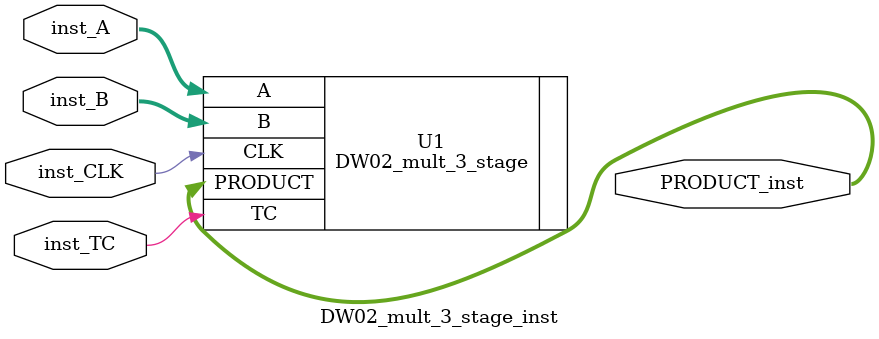
<source format=v>
module DW02_mult_3_stage_inst( inst_A, inst_B, inst_TC, 
                               inst_CLK, PRODUCT_inst );

  parameter A_width = 8;
  parameter B_width = 8;

  input [A_width-1 : 0] inst_A;
  input [B_width-1 : 0] inst_B;
  input inst_TC;
  input inst_CLK;
  output [A_width+B_width-1 : 0] PRODUCT_inst;

  // Instance of DW02_mult_3_stage
  DW02_mult_3_stage #(A_width, B_width)
    U1 ( .A(inst_A), .B(inst_B), .TC(inst_TC), 
         .CLK(inst_CLK), .PRODUCT(PRODUCT_inst) );

endmodule


</source>
